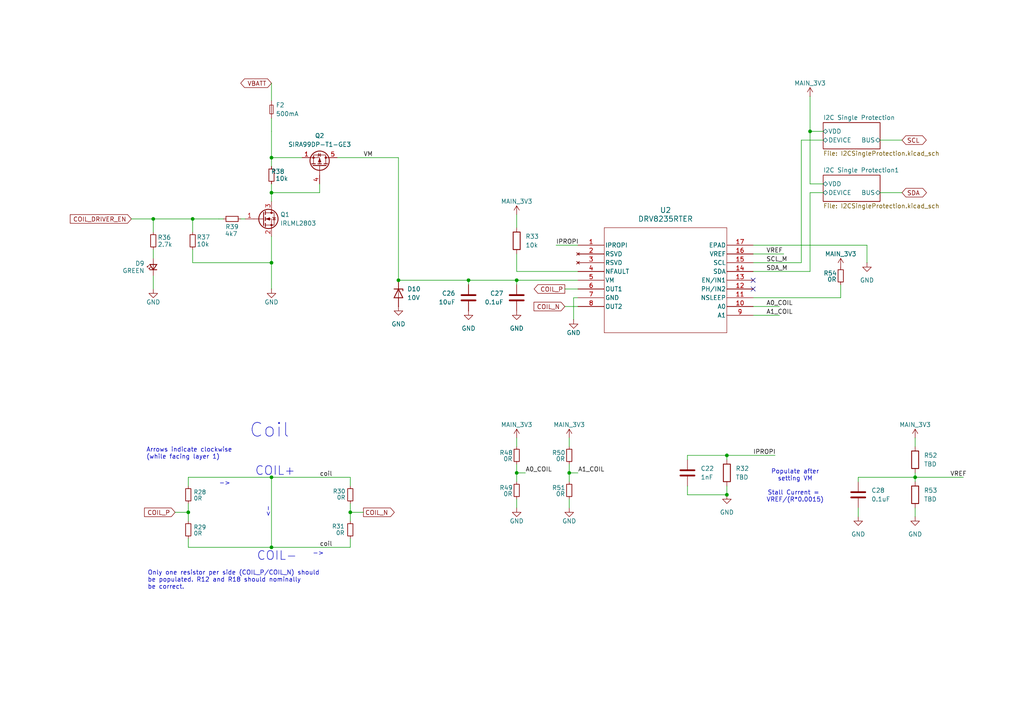
<source format=kicad_sch>
(kicad_sch (version 20231120) (generator "eeschema") (generator_version "8.0")
  (paper "A4")
  (lib_symbols
    (symbol "Argus-IC:IRLML2803" (pin_names hide)
      (property "Reference" "Q23" (at 2.54 1.27 0))
      (property "Value" "IRLML2803" (at 2.54 -1.27 0))
      (symbol "IRLML2803_0_1"
        (circle (center -0.889 0) (radius 2.794) (stroke (width 0.254)))
        (circle (center 0 -1.778) (radius 0.254) (fill (type outline)))
        (polyline (pts (xy -2.286 0) (xy -5.08 0)))
        (polyline (pts (xy -2.286 1.905) (xy -2.286 -1.905)) (stroke (width 0.254)))
        (polyline (pts (xy -1.778 -1.27) (xy -1.778 -2.286)) (stroke (width 0.254)))
        (polyline (pts (xy -1.778 0.508) (xy -1.778 -0.508)) (stroke (width 0.254)))
        (polyline (pts (xy -1.778 2.286) (xy -1.778 1.27)) (stroke (width 0.254)))
        (polyline (pts (xy 0 2.54) (xy 0 1.778)))
        (polyline (pts (xy 0 -2.54) (xy 0 0) (xy -1.778 0)))
        (polyline (pts (xy -1.778 -1.778) (xy 0.762 -1.778) (xy 0.762 1.778) (xy -1.778 1.778)))
        (polyline (pts (xy -1.524 0) (xy -0.508 0.381) (xy -0.508 -0.381) (xy -1.524 0)) (fill (type outline)))
        (polyline (pts (xy 0.254 0.508) (xy 0.381 0.381) (xy 1.143 0.381) (xy 1.27 0.254)))
        (polyline (pts (xy 0.762 0.381) (xy 0.381 -0.254) (xy 1.143 -0.254) (xy 0.762 0.381)))
        (circle (center 0 1.778) (radius 0.254) (fill (type outline)))
      )
      (symbol "IRLML2803_1_1"
        (pin input line (at -7.62 0 0) (length 2.54) (name "G") (number "1"))
        (pin passive line (at 0 -5.08 90) (length 2.54) (name "S") (number "2"))
        (pin passive line (at 0 5.08 270) (length 2.54) (name "D") (number "3"))
      )
    )
    (symbol "Device:C" (pin_numbers hide) (pin_names (offset 0.254))
      (property "Reference" "C" (at 0.635 2.54 0))
      (property "Value" "C" (at 0.635 -2.54 0))
      (symbol "C_0_1"
        (polyline (pts (xy -2.032 -0.762) (xy 2.032 -0.762)) (stroke (width 0.508)))
        (polyline (pts (xy -2.032 0.762) (xy 2.032 0.762)) (stroke (width 0.508)))
      )
      (symbol "C_1_1"
        (pin passive line (at 0 3.81 270) (length 2.794) (name "~") (number "1"))
        (pin passive line (at 0 -3.81 90) (length 2.794) (name "~") (number "2"))
      )
    )
    (symbol "Device:Fuse_Small" (pin_numbers hide) (pin_names (offset 0.254) hide)
      (property "Reference" "F" (at 0 -1.524 0))
      (property "Value" "Fuse_Small" (at 0 1.524 0))
      (symbol "Fuse_Small_0_1"
        (rectangle (start -1.27 0.508) (end 1.27 -0.508))
        (polyline (pts (xy -1.27 0) (xy 1.27 0)))
      )
      (symbol "Fuse_Small_1_1"
        (pin passive line (at -2.54 0 0) (length 1.27) (name "~") (number "1"))
        (pin passive line (at 2.54 0 180) (length 1.27) (name "~") (number "2"))
      )
    )
    (symbol "Device:LED_Small" (pin_numbers hide) (pin_names (offset 0.254) hide)
      (property "Reference" "D" (at -1.27 3.175 0))
      (property "Value" "LED_Small" (at -4.445 -2.54 0))
      (symbol "LED_Small_0_1"
        (polyline (pts (xy -0.762 -1.016) (xy -0.762 1.016)) (stroke (width 0.254)))
        (polyline (pts (xy 1.016 0) (xy -0.762 0)))
        (polyline (pts (xy 0.762 -1.016) (xy -0.762 0) (xy 0.762 1.016) (xy 0.762 -1.016)) (stroke (width 0.254)))
        (polyline (pts (xy 0 0.762) (xy -0.508 1.27) (xy -0.254 1.27) (xy -0.508 1.27) (xy -0.508 1.016)))
        (polyline (pts (xy 0.508 1.27) (xy 0 1.778) (xy 0.254 1.778) (xy 0 1.778) (xy 0 1.524)))
      )
      (symbol "LED_Small_1_1"
        (pin passive line (at -2.54 0 0) (length 1.778) (name "K") (number "1"))
        (pin passive line (at 2.54 0 180) (length 1.778) (name "A") (number "2"))
      )
    )
    (symbol "Device:R" (pin_numbers hide) (pin_names (offset 0))
      (property "Reference" "R" (at 2.032 0 90))
      (property "Value" "R" (at 0 0 90))
      (symbol "R_0_1"
        (rectangle (start -1.016 -2.54) (end 1.016 2.54) (stroke (width 0.254)))
      )
      (symbol "R_1_1"
        (pin passive line (at 0 3.81 270) (length 1.27) (name "~") (number "1"))
        (pin passive line (at 0 -3.81 90) (length 1.27) (name "~") (number "2"))
      )
    )
    (symbol "Device:R_Small" (pin_numbers hide) (pin_names (offset 0.254) hide)
      (property "Reference" "R" (at 0.762 0.508 0))
      (property "Value" "R_Small" (at 0.762 -1.016 0))
      (symbol "R_Small_0_1"
        (rectangle (start -0.762 1.778) (end 0.762 -1.778) (stroke (width 0.2032)))
      )
      (symbol "R_Small_1_1"
        (pin passive line (at 0 2.54 270) (length 0.762) (name "~") (number "1"))
        (pin passive line (at 0 -2.54 90) (length 0.762) (name "~") (number "2"))
      )
    )
    (symbol "Diode:PTVS10VZ1USK" (pin_numbers hide) (pin_names hide)
      (property "Reference" "D" (at 0 2.54 0))
      (property "Value" "PTVS10VZ1USK" (at 0 -2.54 0))
      (symbol "PTVS10VZ1USK_0_1"
        (polyline (pts (xy 1.27 0) (xy -1.27 0)))
        (polyline (pts (xy -1.27 -1.27) (xy -1.27 1.27) (xy -0.762 1.27)) (stroke (width 0.254)))
        (polyline (pts (xy 1.27 -1.27) (xy 1.27 1.27) (xy -1.27 0) (xy 1.27 -1.27)) (stroke (width 0.254)))
      )
      (symbol "PTVS10VZ1USK_1_1"
        (pin passive line (at -3.81 0 0) (length 2.54) (name "K") (number "1"))
        (pin passive line (at 3.81 0 180) (length 2.54) (name "A") (number "2"))
      )
    )
    (symbol "SolarPanels:DRV8235RTER" (pin_names (offset 0.254))
      (property "Reference" "U" (at 25.4 10.16 0))
      (property "Value" "DRV8235RTER" (at 25.4 7.62 0))
      (symbol "DRV8235RTER_0_1"
        (polyline (pts (xy 7.62 -25.4) (xy 43.18 -25.4)) (stroke (width 0.127)))
        (polyline (pts (xy 7.62 5.08) (xy 7.62 -25.4)) (stroke (width 0.127)))
        (polyline (pts (xy 43.18 -25.4) (xy 43.18 5.08)) (stroke (width 0.127)))
        (polyline (pts (xy 43.18 5.08) (xy 7.62 5.08)) (stroke (width 0.127)))
        (pin power_in line (at 0 0 0) (length 7.62) (name "IPROPI") (number "1"))
        (pin input line (at 50.8 -17.78 180) (length 7.62) (name "A0") (number "10"))
        (pin input line (at 50.8 -15.24 180) (length 7.62) (name "NSLEEP") (number "11"))
        (pin input line (at 50.8 -12.7 180) (length 7.62) (name "PH/IN2") (number "12"))
        (pin input line (at 50.8 -10.16 180) (length 7.62) (name "EN/IN1") (number "13"))
        (pin input line (at 50.8 -7.62 180) (length 7.62) (name "SDA") (number "14"))
        (pin input line (at 50.8 -5.08 180) (length 7.62) (name "SCL") (number "15"))
        (pin input line (at 50.8 -2.54 180) (length 7.62) (name "VREF") (number "16"))
        (pin power_out line (at 50.8 0 180) (length 7.62) (name "EPAD") (number "17"))
        (pin no_connect line (at 0 -2.54 0) (length 7.62) (name "RSVD") (number "2"))
        (pin no_connect line (at 0 -5.08 0) (length 7.62) (name "RSVD") (number "3"))
        (pin output line (at 0 -7.62 0) (length 7.62) (name "NFAULT") (number "4"))
        (pin power_in line (at 0 -10.16 0) (length 7.62) (name "VM") (number "5"))
        (pin output line (at 0 -12.7 0) (length 7.62) (name "OUT1") (number "6"))
        (pin power_out line (at 0 -15.24 0) (length 7.62) (name "GND") (number "7"))
        (pin output line (at 0 -17.78 0) (length 7.62) (name "OUT2") (number "8"))
        (pin input line (at 50.8 -20.32 180) (length 7.62) (name "A1") (number "9"))
      )
    )
    (symbol "SolarPanels:R_Small" (pin_numbers hide) (pin_names (offset 0.254) hide)
      (property "Reference" "R" (at 0.762 0.508 0))
      (property "Value" "R_Small" (at 0.762 -1.016 0))
      (symbol "R_Small_0_1"
        (rectangle (start -0.762 1.778) (end 0.762 -1.778) (stroke (width 0.2032)))
      )
      (symbol "R_Small_1_1"
        (pin passive line (at 0 2.54 270) (length 0.762) (name "~") (number "1"))
        (pin passive line (at 0 -2.54 90) (length 0.762) (name "~") (number "2"))
      )
    )
    (symbol "Transistor_FET:Si7141DP" (pin_names hide)
      (property "Reference" "Q" (at 5.08 1.905 0))
      (property "Value" "Si7141DP" (at 5.08 0 0))
      (symbol "Si7141DP_0_1"
        (polyline (pts (xy 0.254 0) (xy -2.54 0)))
        (polyline (pts (xy 0.254 1.905) (xy 0.254 -1.905)) (stroke (width 0.254)))
        (polyline (pts (xy 0.762 -1.27) (xy 0.762 -2.286)) (stroke (width 0.254)))
        (polyline (pts (xy 0.762 0.508) (xy 0.762 -0.508)) (stroke (width 0.254)))
        (polyline (pts (xy 0.762 2.286) (xy 0.762 1.27)) (stroke (width 0.254)))
        (polyline (pts (xy 2.54 2.54) (xy 2.54 1.778)))
        (polyline (pts (xy 2.54 -2.54) (xy 2.54 0) (xy 0.762 0)))
        (polyline (pts (xy 0.762 1.778) (xy 3.302 1.778) (xy 3.302 -1.778) (xy 0.762 -1.778)))
        (polyline (pts (xy 2.286 0) (xy 1.27 0.381) (xy 1.27 -0.381) (xy 2.286 0)) (fill (type outline)))
        (polyline (pts (xy 2.794 -0.508) (xy 2.921 -0.381) (xy 3.683 -0.381) (xy 3.81 -0.254)))
        (polyline (pts (xy 3.302 -0.381) (xy 2.921 0.254) (xy 3.683 0.254) (xy 3.302 -0.381)))
        (circle (center 1.651 0) (radius 2.794) (stroke (width 0.254)))
        (circle (center 2.54 -1.778) (radius 0.254) (fill (type outline)))
        (circle (center 2.54 1.778) (radius 0.254) (fill (type outline)))
      )
      (symbol "Si7141DP_1_1"
        (pin passive line (at 2.54 -5.08 90) (length 2.54) (name "S") (number "1"))
        (pin passive line (at 2.54 -5.08 90) (length 2.54) hide (name "S") (number "2"))
        (pin passive line (at 2.54 -5.08 90) (length 2.54) hide (name "S") (number "3"))
        (pin input line (at -5.08 0 0) (length 2.54) (name "G") (number "4"))
        (pin passive line (at 2.54 5.08 270) (length 2.54) (name "D") (number "5"))
      )
    )
    (symbol "power:+3.3V" (power) (pin_numbers hide) (pin_names (offset 0) hide)
      (property "Value" "+3.3V" (at 0 3.556 0))
      (symbol "+3.3V_0_1"
        (polyline (pts (xy -0.762 1.27) (xy 0 2.54)))
        (polyline (pts (xy 0 0) (xy 0 2.54)))
        (polyline (pts (xy 0 2.54) (xy 0.762 1.27)))
      )
      (symbol "+3.3V_1_1"
        (pin power_in line (at 0 0 90) (length 0) (name "~") (number "1"))
      )
    )
    (symbol "power:GND" (power) (pin_numbers hide) (pin_names (offset 0) hide)
      (property "Value" "GND" (at 0 -3.81 0))
      (symbol "GND_0_1"
        (polyline (pts (xy 0 0) (xy 0 -1.27) (xy 1.27 -1.27) (xy 0 -2.54) (xy -1.27 -1.27) (xy 0 -1.27)))
      )
      (symbol "GND_1_1"
        (pin power_in line (at 0 0 270) (length 0) (name "~") (number "1"))
      )
    )
  )
  (junction (at 210.82 132.08))
  (junction (at 55.88 63.5))
  (junction (at 78.74 55.88))
  (junction (at 115.57 81.28))
  (junction (at 210.82 143.51))
  (junction (at 165.1 137.16))
  (junction (at 149.86 137.16))
  (junction (at 78.74 76.2))
  (junction (at 135.89 81.28))
  (junction (at 101.6 148.59))
  (junction (at 78.74 158.75))
  (junction (at 265.43 138.43))
  (junction (at 44.45 63.5))
  (junction (at 54.61 148.59))
  (junction (at 234.95 38.1))
  (junction (at 78.74 138.43))
  (junction (at 149.86 81.28))
  (junction (at 78.74 45.72))
  (no_connect (at 218.44 83.82))
  (no_connect (at 218.44 81.28))
  (wire (pts (xy 78.74 55.88) (xy 78.74 58.42)) (stroke (width 0.1524)))
  (wire (pts (xy 149.86 78.74) (xy 167.64 78.74)))
  (wire (pts (xy 210.82 132.08) (xy 199.39 132.08)))
  (wire (pts (xy 149.86 137.16) (xy 149.86 139.7)))
  (wire (pts (xy 165.1 137.16) (xy 167.64 137.16)))
  (wire (pts (xy 101.6 146.05) (xy 101.6 148.59)))
  (wire (pts (xy 44.45 63.5) (xy 44.45 67.31)) (stroke (width 0.1524)))
  (wire (pts (xy 218.44 91.44) (xy 226.06 91.44)))
  (wire (pts (xy 54.61 156.21) (xy 54.61 158.75)))
  (wire (pts (xy 238.76 53.34) (xy 234.95 53.34)))
  (wire (pts (xy 149.86 81.28) (xy 167.64 81.28)))
  (wire (pts (xy 265.43 138.43) (xy 279.4 138.43)))
  (wire (pts (xy 265.43 137.16) (xy 265.43 138.43)))
  (wire (pts (xy 218.44 71.12) (xy 251.46 71.12)))
  (wire (pts (xy 234.95 55.88) (xy 238.76 55.88)))
  (wire (pts (xy 78.74 138.43) (xy 101.6 138.43)))
  (wire (pts (xy 55.88 63.5) (xy 63.5 63.5)) (stroke (width 0.1524)))
  (wire (pts (xy 135.89 82.55) (xy 135.89 81.28)))
  (wire (pts (xy 165.1 127) (xy 165.1 129.54)))
  (wire (pts (xy 199.39 132.08) (xy 199.39 133.35)))
  (wire (pts (xy 265.43 127) (xy 265.43 129.54)))
  (wire (pts (xy 78.74 53.34) (xy 78.74 55.88)))
  (wire (pts (xy 234.95 38.1) (xy 234.95 53.34)))
  (wire (pts (xy 251.46 71.12) (xy 251.46 76.2)))
  (wire (pts (xy 78.74 55.88) (xy 92.71 55.88)) (stroke (width 0.1524)))
  (wire (pts (xy 165.1 137.16) (xy 165.1 139.7)))
  (wire (pts (xy 218.44 76.2) (xy 232.41 76.2)))
  (wire (pts (xy 210.82 132.08) (xy 210.82 133.35)))
  (wire (pts (xy 161.29 71.12) (xy 167.64 71.12)))
  (wire (pts (xy 248.92 138.43) (xy 248.92 139.7)))
  (wire (pts (xy 265.43 147.32) (xy 265.43 149.86)))
  (wire (pts (xy 163.83 83.82) (xy 167.64 83.82)))
  (wire (pts (xy 78.74 45.72) (xy 87.63 45.72)) (stroke (width 0.1524)))
  (wire (pts (xy 165.1 134.62) (xy 165.1 137.16)))
  (wire (pts (xy 54.61 148.59) (xy 54.61 151.13)))
  (wire (pts (xy 248.92 138.43) (xy 265.43 138.43)))
  (wire (pts (xy 78.74 68.58) (xy 78.74 76.2)))
  (wire (pts (xy 78.74 34.29) (xy 78.74 38.1)))
  (wire (pts (xy 78.74 138.43) (xy 78.74 158.75)))
  (wire (pts (xy 210.82 132.08) (xy 224.79 132.08)))
  (wire (pts (xy 115.57 81.28) (xy 135.89 81.28)))
  (wire (pts (xy 199.39 140.97) (xy 199.39 143.51)))
  (wire (pts (xy 232.41 76.2) (xy 232.41 40.64)))
  (wire (pts (xy 163.83 88.9) (xy 167.64 88.9)))
  (wire (pts (xy 78.74 83.82) (xy 78.74 76.2)))
  (wire (pts (xy 78.74 45.72) (xy 78.74 48.26)))
  (wire (pts (xy 55.88 76.2) (xy 55.88 72.39)))
  (wire (pts (xy 101.6 148.59) (xy 101.6 151.13)))
  (wire (pts (xy 218.44 78.74) (xy 234.95 78.74)))
  (wire (pts (xy 210.82 143.51) (xy 210.82 140.97)))
  (wire (pts (xy 105.41 148.59) (xy 101.6 148.59)))
  (wire (pts (xy 54.61 138.43) (xy 78.74 138.43)))
  (wire (pts (xy 149.86 73.66) (xy 149.86 78.74)))
  (wire (pts (xy 165.1 144.78) (xy 165.1 147.32)))
  (wire (pts (xy 166.37 86.36) (xy 166.37 92.71)))
  (wire (pts (xy 101.6 138.43) (xy 101.6 140.97)))
  (wire (pts (xy 69.85 63.5) (xy 71.12 63.5)))
  (wire (pts (xy 44.45 63.5) (xy 55.88 63.5)) (stroke (width 0.1524)))
  (wire (pts (xy 44.45 83.82) (xy 44.45 80.01)))
  (wire (pts (xy 234.95 38.1) (xy 238.76 38.1)))
  (wire (pts (xy 50.8 148.59) (xy 54.61 148.59)))
  (wire (pts (xy 92.71 55.88) (xy 92.71 53.34)) (stroke (width 0.1524)))
  (wire (pts (xy 78.74 158.75) (xy 101.6 158.75)))
  (wire (pts (xy 255.27 40.64) (xy 261.62 40.64)))
  (wire (pts (xy 149.86 127) (xy 149.86 129.54)))
  (wire (pts (xy 265.43 138.43) (xy 265.43 139.7)))
  (wire (pts (xy 218.44 88.9) (xy 226.06 88.9)))
  (wire (pts (xy 78.74 38.1) (xy 78.74 45.72)) (stroke (width 0.1524)))
  (wire (pts (xy 54.61 158.75) (xy 78.74 158.75)))
  (wire (pts (xy 54.61 138.43) (xy 54.61 140.97)))
  (wire (pts (xy 149.86 144.78) (xy 149.86 147.32)))
  (wire (pts (xy 149.86 62.23) (xy 149.86 66.04)))
  (wire (pts (xy 248.92 147.32) (xy 248.92 149.86)))
  (wire (pts (xy 149.86 82.55) (xy 149.86 81.28)))
  (wire (pts (xy 97.79 45.72) (xy 115.57 45.72)))
  (wire (pts (xy 255.27 55.88) (xy 261.62 55.88)))
  (wire (pts (xy 55.88 76.2) (xy 78.74 76.2)))
  (wire (pts (xy 63.5 63.5) (xy 64.77 63.5)))
  (wire (pts (xy 149.86 134.62) (xy 149.86 137.16)))
  (wire (pts (xy 218.44 86.36) (xy 243.84 86.36)))
  (wire (pts (xy 101.6 156.21) (xy 101.6 158.75)))
  (wire (pts (xy 44.45 72.39) (xy 44.45 74.93)))
  (wire (pts (xy 54.61 146.05) (xy 54.61 148.59)))
  (wire (pts (xy 78.74 24.13) (xy 78.74 29.21)))
  (wire (pts (xy 135.89 81.28) (xy 149.86 81.28)))
  (wire (pts (xy 149.86 137.16) (xy 152.4 137.16)))
  (wire (pts (xy 232.41 40.64) (xy 238.76 40.64)))
  (wire (pts (xy 234.95 78.74) (xy 234.95 55.88)))
  (wire (pts (xy 44.45 63.5) (xy 38.1 63.5)) (stroke (width 0.1524)))
  (wire (pts (xy 234.95 27.94) (xy 234.95 38.1)))
  (wire (pts (xy 55.88 63.5) (xy 55.88 67.31)) (stroke (width 0.1524)))
  (wire (pts (xy 115.57 81.28) (xy 115.57 45.72)))
  (wire (pts (xy 199.39 143.51) (xy 210.82 143.51)))
  (wire (pts (xy 167.64 86.36) (xy 166.37 86.36)))
  (wire (pts (xy 218.44 73.66) (xy 227.33 73.66)))
  (wire (pts (xy 243.84 82.55) (xy 243.84 86.36)))
  (text "COIL+" (at 73.914 138.176 0) (effects (font (size 2.54 2.54)) (justify left bottom)))
  (text "Coil" (at 72.263 127.254 0) (effects (font (size 4 4)) (justify left bottom)))
  (text "->" (at 93.98 161.29 0) (effects (font (size 1.27 1.27)) (justify right bottom)))
  (text "COIL-" (at 74.422 162.814 0) (effects (font (size 2.54 2.54)) (justify left bottom)))
  (text "Only one resistor per side (COIL_P/COIL_N) should \nbe populated. R12 and R18 should nominally \nbe correct." (at 42.799 171.069 0) (effects (font (size 1.27 1.27)) (justify left bottom)))
  (text "<-" (at 78.486 150.114 90) (effects (font (size 1.27 1.27)) (justify left bottom)))
  (text "->" (at 63.5 140.97 0) (effects (font (size 1.27 1.27)) (justify left bottom)))
  (text "Arrows indicate clockwise\n(while facing layer 1)" (at 42.418 133.35 0) (effects (font (size 1.27 1.27)) (justify left bottom)))
  (text "Populate after\nsetting VM\n\nStall Current = \nVREF/(R*0.0015)" (at 230.632 140.97 0) (effects (font (size 1.27 1.27))))
  (label "A1_COIL" (at 167.64 137.16 0))
  (label "coil" (at 92.71 158.75 0))
  (label "VREF" (at 222.25 73.66 0))
  (label "SDA_M" (at 222.25 78.74 0))
  (label "A1_COIL" (at 222.25 91.44 0))
  (label "IPROPI" (at 161.29 71.12 0))
  (label "SCL_M" (at 222.25 76.2 0))
  (label "VM" (at 105.41 45.72 0))
  (label "VREF" (at 275.59 138.43 0))
  (label "A0_COIL" (at 222.25 88.9 0))
  (label "A0_COIL" (at 152.4 137.16 0))
  (label "IPROPI" (at 218.44 132.08 0))
  (label "coil" (at 92.71 138.43 0))
  (global_label "SCL" (shape bidirectional) (at 261.62 40.64 0) (property "Intersheetrefs" "${INTERSHEET_REFS}" (effects (hide yes))))
  (global_label "COIL_P" (shape output) (at 163.83 83.82 180) (property "Intersheetrefs" "${INTERSHEET_REFS}" (effects (hide yes))))
  (global_label "SDA" (shape bidirectional) (at 261.62 55.88 0) (property "Intersheetrefs" "${INTERSHEET_REFS}" (effects (hide yes))))
  (global_label "VBATT" (shape bidirectional) (at 78.74 24.13 180) (property "Intersheetrefs" "${INTERSHEET_REFS}" (effects (hide yes))))
  (global_label "COIL_DRIVER_EN" (shape input) (at 38.1 63.5 180) (property "Intersheetrefs" "${INTERSHEET_REFS}" (effects (hide yes))))
  (global_label "COIL_P" (shape input) (at 50.8 148.59 180) (property "Intersheetrefs" "${INTERSHEET_REFS}" (effects (hide yes))))
  (global_label "COIL_N" (shape output) (at 105.41 148.59 0) (property "Intersheetrefs" "${INTERSHEET_REFS}" (effects (hide yes))))
  (global_label "COIL_N" (shape input) (at 163.83 88.9 180) (property "Intersheetrefs" "${INTERSHEET_REFS}" (effects (hide yes))))
  (symbol (lib_id "Device:R") (at 265.43 133.35 0) (unit 1)
    (property "Reference" "R52" (at 267.97 132.0799 0) (effects (justify left)))
    (property "Value" "TBD" (at 267.97 134.6199 0) (effects (justify left)))
    (property "Footprint" "Resistor_SMD:R_0603_1608Metric" (effects (hide yes)))
    (property "Description" "Resistor" (effects (hide yes)))
  )
  (symbol (lib_id "Device:R_Small") (at 165.1 142.24 0) (mirror x) (unit 1)
    (property "Reference" "R51" (at 162.052 141.478 0))
    (property "Value" "0R" (at 162.56 143.256 0))
    (property "Footprint" "Resistor_SMD:R_0603_1608Metric" (effects (hide yes)))
    (property "Description" "Resistor, small symbol" (effects (hide yes)))
  )
  (symbol (lib_id "power:+3.3V") (at 165.1 127 0) (unit 1)
    (property "Reference" "#PWR033" (effects (hide yes)))
    (property "Value" "MAIN_3V3" (at 165.1 123.19 0))
    (property "Description" "Power symbol creates a global label with name \"+3.3V\"" (effects (hide yes)))
  )
  (symbol (lib_id "power:GND") (at 149.86 90.17 0) (mirror y) (unit 1)
    (property "Reference" "#PWR028" (effects (hide yes)))
    (property "Value" "GND" (at 149.86 95.25 0))
    (property "Description" "Power symbol creates a global label with name \"GND\" , ground" (effects (hide yes)))
  )
  (symbol (lib_id "SolarPanels:DRV8235RTER") (at 167.64 71.12 0) (unit 1)
    (property "Reference" "U2" (at 193.04 60.96 0) (effects (font (size 1.524 1.524))))
    (property "Value" "DRV8235RTER" (at 193.04 63.5 0) (effects (font (size 1.524 1.524))))
    (property "Footprint" "WQFN16_RTE_TEX" (effects (hide yes)))
    (property "Datasheet" "DRV8235RTER" (effects (hide yes)))
  )
  (symbol (lib_id "power:+3.3V") (at 265.43 127 0) (unit 1)
    (property "Reference" "#PWR038" (effects (hide yes)))
    (property "Value" "MAIN_3V3" (at 265.43 123.19 0))
    (property "Description" "Power symbol creates a global label with name \"+3.3V\"" (effects (hide yes)))
  )
  (symbol (lib_id "Device:R_Small") (at 44.45 69.85 0) (unit 1)
    (property "Reference" "R36" (at 45.72 69.596 0) (effects (justify left bottom)))
    (property "Value" "2.7k" (at 45.72 71.628 0) (effects (justify left bottom)))
    (property "Footprint" "Resistor_SMD:R_0603_1608Metric" (effects (hide yes)))
    (property "Description" "Resistor, small symbol" (effects (hide yes)))
    (property "DIS" "Digi-Key" (effects (hide yes)))
    (property "DPN" "A129693CT-ND" (effects (hide yes)))
    (property "MFR" "TE" (effects (hide yes)))
    (property "MPN" "CRGCQ0603F2K7" (effects (hide yes)))
  )
  (symbol (lib_id "Device:R_Small") (at 78.74 50.8 180) (unit 1)
    (property "Reference" "R38" (at 82.55 49.022 0) (effects (justify left bottom)))
    (property "Value" "10k" (at 83.566 51.054 0) (effects (justify left bottom)))
    (property "Footprint" "Resistor_SMD:R_0603_1608Metric" (effects (hide yes)))
    (property "Description" "Resistor, small symbol" (effects (hide yes)))
    (property "DIS" "Digi-Key" (effects (hide yes)))
    (property "DPN" "311-10.0KHRCT-ND" (effects (hide yes)))
    (property "MFR" "Yageo" (effects (hide yes)))
    (property "MPN" "RC0603FR-0710KL" (effects (hide yes)))
  )
  (symbol (lib_id "power:+3.3V") (at 149.86 127 0) (unit 1)
    (property "Reference" "#PWR031" (effects (hide yes)))
    (property "Value" "MAIN_3V3" (at 149.86 123.19 0))
    (property "Description" "Power symbol creates a global label with name \"+3.3V\"" (effects (hide yes)))
  )
  (symbol (lib_id "power:GND") (at 78.74 83.82 0) (mirror y) (unit 1)
    (property "Reference" "#GND02" (effects (hide yes)))
    (property "Value" "GND" (at 78.74 87.63 0))
    (property "Description" "Power symbol creates a global label with name \"GND\" , ground" (effects (hide yes)))
  )
  (symbol (lib_id "Device:R_Small") (at 165.1 132.08 0) (mirror x) (unit 1)
    (property "Reference" "R50" (at 162.052 131.318 0))
    (property "Value" "0R" (at 162.56 133.096 0))
    (property "Footprint" "Resistor_SMD:R_0603_1608Metric" (effects (hide yes)))
    (property "Description" "Resistor, small symbol" (effects (hide yes)))
  )
  (symbol (lib_id "Device:Fuse_Small") (at 78.74 31.75 90) (unit 1)
    (property "Reference" "F2" (at 80.01 30.4799 90) (effects (justify right)))
    (property "Value" "500mA" (at 80.01 33.0199 90) (effects (justify right)))
    (property "Description" "Fuse, small symbol" (effects (hide yes)))
  )
  (symbol (lib_id "power:GND") (at 166.37 92.71 0) (unit 1)
    (property "Reference" "#PWR029" (effects (hide yes)))
    (property "Value" "GND" (at 166.37 96.52 0))
    (property "Description" "Power symbol creates a global label with name \"GND\" , ground" (effects (hide yes)))
  )
  (symbol (lib_id "Device:R_Small") (at 54.61 143.51 180) (unit 1)
    (property "Reference" "R28" (at 56.134 142.748 0) (effects (font (size 1.2 1.2)) (justify right)))
    (property "Value" "0R" (at 56.134 144.526 0) (effects (font (size 1.2 1.2)) (justify right)))
    (property "Footprint" "Resistor_SMD:R_0603_1608Metric" (effects (hide yes)))
    (property "Description" "Resistor, small symbol" (effects (hide yes)))
  )
  (symbol (lib_id "Device:C") (at 248.92 143.51 0) (unit 1)
    (property "Reference" "C28" (at 252.73 142.2399 0) (effects (justify left)))
    (property "Value" "0.1uF" (at 252.73 144.7799 0) (effects (justify left)))
    (property "Footprint" "Capacitor_SMD:C_0603_1608Metric" (effects (hide yes)))
    (property "Description" "Unpolarized capacitor" (effects (hide yes)))
  )
  (symbol (lib_id "Device:C") (at 149.86 86.36 0) (mirror y) (unit 1)
    (property "Reference" "C27" (at 146.05 85.0899 0) (effects (justify left)))
    (property "Value" "0.1uF" (at 146.05 87.6299 0) (effects (justify left)))
    (property "Footprint" "Capacitor_SMD:C_0603_1608Metric" (effects (hide yes)))
    (property "Description" "Unpolarized capacitor" (effects (hide yes)))
  )
  (symbol (lib_id "Device:R_Small") (at 149.86 142.24 0) (mirror x) (unit 1)
    (property "Reference" "R49" (at 146.812 141.478 0))
    (property "Value" "0R" (at 147.32 143.256 0))
    (property "Footprint" "Resistor_SMD:R_0603_1608Metric" (effects (hide yes)))
    (property "Description" "Resistor, small symbol" (effects (hide yes)))
  )
  (symbol (lib_id "power:+3.3V") (at 234.95 27.94 0) (unit 1)
    (property "Reference" "#PWR048" (effects (hide yes)))
    (property "Value" "MAIN_3V3" (at 234.95 24.13 0))
    (property "Description" "Power symbol creates a global label with name \"+3.3V\"" (effects (hide yes)))
  )
  (symbol (lib_id "Transistor_FET:Si7141DP") (at 92.71 48.26 270) (mirror x) (unit 1)
    (property "Reference" "Q2" (at 92.71 39.37 90))
    (property "Value" "SIRA99DP-T1-GE3" (at 92.71 41.91 90))
    (property "Footprint" "Package_SO:PowerPAK_SO-8_Single" (effects (hide yes)))
    (property "Datasheet" "https://www.vishay.com/docs/65596/si7141dp.pdf" (effects (hide yes)))
    (property "Description" "-60A Id, -20V Vds, 1.9 mOhm Ron, PowerPAK-8" (effects (hide yes)))
  )
  (symbol (lib_id "Diode:PTVS10VZ1USK") (at 115.57 85.09 270) (unit 1)
    (property "Reference" "D10" (at 118.11 83.8199 90) (effects (justify left)))
    (property "Value" "10V" (at 118.11 86.3599 90) (effects (justify left)))
    (property "Footprint" "Diode_SMD:Nexperia_DSN1608-2_1.6x0.8mm" (effects (hide yes)))
    (property "Datasheet" "https://assets.nexperia.com/documents/data-sheet/PTVS10VZ1USK.pdf" (effects (hide yes)))
    (property "Description" "10V, 2000W TVS unidirectional diode, DSN1608-2" (effects (hide yes)))
  )
  (symbol (lib_id "power:GND") (at 248.92 149.86 0) (unit 1)
    (property "Reference" "#PWR036" (effects (hide yes)))
    (property "Value" "GND" (at 248.92 154.94 0))
    (property "Description" "Power symbol creates a global label with name \"GND\" , ground" (effects (hide yes)))
  )
  (symbol (lib_id "power:GND") (at 149.86 147.32 0) (unit 1)
    (property "Reference" "#PWR032" (effects (hide yes)))
    (property "Value" "GND" (at 149.86 151.13 0))
    (property "Description" "Power symbol creates a global label with name \"GND\" , ground" (effects (hide yes)))
  )
  (symbol (lib_id "power:GND") (at 135.89 90.17 0) (mirror y) (unit 1)
    (property "Reference" "#PWR014" (effects (hide yes)))
    (property "Value" "GND" (at 135.89 95.25 0))
    (property "Description" "Power symbol creates a global label with name \"GND\" , ground" (effects (hide yes)))
  )
  (symbol (lib_id "Device:R_Small") (at 101.6 143.51 180) (unit 1)
    (property "Reference" "R30" (at 96.52 142.494 0) (effects (font (size 1.2 1.2)) (justify right)))
    (property "Value" "0R" (at 97.663 144.272 0) (effects (font (size 1.2 1.2)) (justify right)))
    (property "Footprint" "Resistor_SMD:R_0603_1608Metric" (effects (hide yes)))
    (property "Description" "Resistor, small symbol" (effects (hide yes)))
  )
  (symbol (lib_id "SolarPanels:R_Small") (at 243.84 80.01 0) (mirror x) (unit 1)
    (property "Reference" "R54" (at 240.792 79.248 0))
    (property "Value" "0R" (at 241.3 81.026 0))
    (property "Footprint" "Resistor_SMD:R_0603_1608Metric" (effects (hide yes)))
    (property "Description" "Resistor, small symbol" (effects (hide yes)))
  )
  (symbol (lib_id "power:+3.3V") (at 243.84 77.47 0) (unit 1)
    (property "Reference" "#PWR041" (effects (hide yes)))
    (property "Value" "MAIN_3V3" (at 243.84 73.66 0))
    (property "Description" "Power symbol creates a global label with name \"+3.3V\"" (effects (hide yes)))
  )
  (symbol (lib_id "power:GND") (at 251.46 76.2 0) (unit 1)
    (property "Reference" "#PWR042" (effects (hide yes)))
    (property "Value" "GND" (at 251.46 81.28 0))
    (property "Description" "Power symbol creates a global label with name \"GND\" , ground" (effects (hide yes)))
  )
  (symbol (lib_id "Device:R_Small") (at 149.86 132.08 0) (mirror x) (unit 1)
    (property "Reference" "R48" (at 146.812 131.318 0))
    (property "Value" "0R" (at 147.32 133.096 0))
    (property "Footprint" "Resistor_SMD:R_0603_1608Metric" (effects (hide yes)))
    (property "Description" "Resistor, small symbol" (effects (hide yes)))
  )
  (symbol (lib_id "Argus-IC:IRLML2803") (at 78.74 63.5 0) (unit 1)
    (property "Reference" "Q1" (at 81.28 62.23 0) (effects (justify left)))
    (property "Value" "IRLML2803" (at 81.28 64.77 0) (effects (justify left)))
    (property "Footprint" "Package_TO_SOT_SMD:SOT-23" (effects (hide yes)))
  )
  (symbol (lib_id "Device:R") (at 149.86 69.85 0) (unit 1)
    (property "Reference" "R33" (at 152.4 68.5799 0) (effects (justify left)))
    (property "Value" "10k" (at 152.4 71.1199 0) (effects (justify left)))
    (property "Footprint" "Resistor_SMD:R_0603_1608Metric" (effects (hide yes)))
    (property "Description" "Resistor" (effects (hide yes)))
  )
  (symbol (lib_id "Device:R_Small") (at 54.61 153.67 180) (unit 1)
    (property "Reference" "R29" (at 56.134 152.908 0) (effects (font (size 1.2 1.2)) (justify right)))
    (property "Value" "0R" (at 56.134 154.686 0) (effects (font (size 1.2 1.2)) (justify right)))
    (property "Footprint" "Resistor_SMD:R_0603_1608Metric" (effects (hide yes)))
    (property "Description" "Resistor, small symbol" (effects (hide yes)))
  )
  (symbol (lib_id "Device:C") (at 199.39 137.16 0) (unit 1)
    (property "Reference" "C22" (at 203.2 135.8899 0) (effects (justify left)))
    (property "Value" "1nF" (at 203.2 138.4299 0) (effects (justify left)))
    (property "Footprint" "Capacitor_SMD:C_0603_1608Metric" (effects (hide yes)))
    (property "Description" "Unpolarized capacitor" (effects (hide yes)))
  )
  (symbol (lib_id "Device:R_Small") (at 67.31 63.5 90) (unit 1)
    (property "Reference" "R39" (at 67.31 65.786 90))
    (property "Value" "4k7" (at 67.056 67.818 90))
    (property "Footprint" "Resistor_SMD:R_0603_1608Metric" (effects (hide yes)))
    (property "Description" "Resistor, small symbol" (effects (hide yes)))
  )
  (symbol (lib_id "power:+3.3V") (at 149.86 62.23 0) (unit 1)
    (property "Reference" "#PWR025" (effects (hide yes)))
    (property "Value" "MAIN_3V3" (at 149.86 58.42 0))
    (property "Description" "Power symbol creates a global label with name \"+3.3V\"" (effects (hide yes)))
  )
  (symbol (lib_id "power:GND") (at 44.45 83.82 0) (mirror y) (unit 1)
    (property "Reference" "#GND01" (effects (hide yes)))
    (property "Value" "GND" (at 44.45 87.63 0))
    (property "Description" "Power symbol creates a global label with name \"GND\" , ground" (effects (hide yes)))
  )
  (symbol (lib_id "Device:R_Small") (at 101.6 153.67 180) (unit 1)
    (property "Reference" "R31" (at 96.266 152.654 0) (effects (font (size 1.2 1.2)) (justify right)))
    (property "Value" "0R" (at 97.409 154.559 0) (effects (font (size 1.2 1.2)) (justify right)))
    (property "Footprint" "Resistor_SMD:R_0603_1608Metric" (effects (hide yes)))
    (property "Description" "Resistor, small symbol" (effects (hide yes)))
  )
  (symbol (lib_id "Device:LED_Small") (at 44.45 77.47 90) (unit 1)
    (property "Reference" "D9" (at 41.91 75.692 90) (effects (justify left bottom)))
    (property "Value" "GREEN" (at 41.91 79.248 90) (effects (justify left top)))
    (property "Footprint" "LED_SMD:LED_0603_1608Metric" (effects (hide yes)))
    (property "Description" "Light emitting diode, small symbol" (effects (hide yes)))
    (property "DIS" "Digi-Key" (effects (hide yes)))
    (property "DPN" "1830-1064-1-ND" (effects (hide yes)))
    (property "MFR" "Inolux" (effects (hide yes)))
    (property "MPN" "IN-S63AT5A" (effects (hide yes)))
  )
  (symbol (lib_id "Device:R_Small") (at 55.88 69.85 180) (unit 1)
    (property "Reference" "R37" (at 60.96 68.072 0) (effects (justify left bottom)))
    (property "Value" "10k" (at 60.706 70.104 0) (effects (justify left bottom)))
    (property "Footprint" "Resistor_SMD:R_0603_1608Metric" (effects (hide yes)))
    (property "Description" "Resistor, small symbol" (effects (hide yes)))
    (property "DIS" "Digi-Key" (effects (hide yes)))
    (property "DPN" "311-10.0KHRCT-ND" (effects (hide yes)))
    (property "MFR" "Yageo" (effects (hide yes)))
    (property "MPN" "RC0603FR-0710KL" (effects (hide yes)))
  )
  (symbol (lib_id "power:GND") (at 115.57 88.9 0) (mirror y) (unit 1)
    (property "Reference" "#PWR044" (effects (hide yes)))
    (property "Value" "GND" (at 115.57 93.98 0))
    (property "Description" "Power symbol creates a global label with name \"GND\" , ground" (effects (hide yes)))
  )
  (symbol (lib_id "power:GND") (at 165.1 147.32 0) (unit 1)
    (property "Reference" "#PWR035" (effects (hide yes)))
    (property "Value" "GND" (at 165.1 151.13 0))
    (property "Description" "Power symbol creates a global label with name \"GND\" , ground" (effects (hide yes)))
  )
  (symbol (lib_id "power:GND") (at 265.43 149.86 0) (unit 1)
    (property "Reference" "#PWR039" (effects (hide yes)))
    (property "Value" "GND" (at 265.43 154.94 0))
    (property "Description" "Power symbol creates a global label with name \"GND\" , ground" (effects (hide yes)))
  )
  (symbol (lib_id "power:GND") (at 210.82 143.51 0) (unit 1)
    (property "Reference" "#PWR015" (effects (hide yes)))
    (property "Value" "GND" (at 210.82 148.59 0))
    (property "Description" "Power symbol creates a global label with name \"GND\" , ground" (effects (hide yes)))
  )
  (symbol (lib_id "Device:C") (at 135.89 86.36 0) (mirror y) (unit 1)
    (property "Reference" "C26" (at 132.08 85.0899 0) (effects (justify left)))
    (property "Value" "10uF" (at 132.08 87.6299 0) (effects (justify left)))
    (property "Footprint" "Capacitor_SMD:C_1206_3216Metric" (effects (hide yes)))
    (property "Description" "Unpolarized capacitor" (effects (hide yes)))
  )
  (symbol (lib_id "Device:R") (at 265.43 143.51 0) (unit 1)
    (property "Reference" "R53" (at 267.97 142.2399 0) (effects (justify left)))
    (property "Value" "TBD" (at 267.97 144.7799 0) (effects (justify left)))
    (property "Footprint" "Resistor_SMD:R_0603_1608Metric" (effects (hide yes)))
    (property "Description" "Resistor" (effects (hide yes)))
  )
  (symbol (lib_id "Device:R") (at 210.82 137.16 0) (unit 1)
    (property "Reference" "R32" (at 213.36 135.8899 0) (effects (justify left)))
    (property "Value" "TBD" (at 213.36 138.4299 0) (effects (justify left)))
    (property "Footprint" "Resistor_SMD:R_0603_1608Metric" (effects (hide yes)))
    (property "Description" "Resistor" (effects (hide yes)))
  )
  (sheet (at 238.76 35.56) (size 16.51 7.62) (stroke (width 0.1524))
    (property "Sheetname" "I2C Single Protection" (at 238.76 34.8484 0) (effects (justify left bottom)))
    (property "Sheetfile" "I2CSingleProtection.kicad_sch" (at 238.76 43.7646 0) (effects (justify left top)))
    (pin "DEVICE" bidirectional (at 238.76 40.64 180))
    (pin "BUS" bidirectional (at 255.27 40.64 0))
    (pin "VDD" bidirectional (at 238.76 38.1 180))
  )
  (sheet (at 238.76 50.8) (size 16.51 7.62) (stroke (width 0.1524))
    (property "Sheetname" "I2C Single Protection1" (at 238.76 50.0884 0) (effects (justify left bottom)))
    (property "Sheetfile" "I2CSingleProtection.kicad_sch" (at 238.76 59.0046 0) (effects (justify left top)))
    (pin "DEVICE" bidirectional (at 238.76 55.88 180))
    (pin "BUS" bidirectional (at 255.27 55.88 0))
    (pin "VDD" bidirectional (at 238.76 53.34 180))
  )
)
</source>
